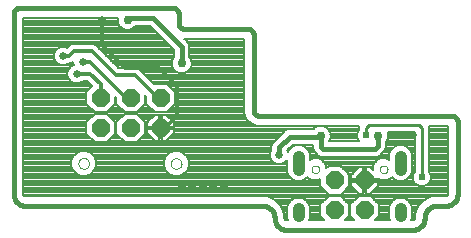
<source format=gbl>
G75*
G70*
%OFA0B0*%
%FSLAX24Y24*%
%IPPOS*%
%LPD*%
%AMOC8*
5,1,8,0,0,1.08239X$1,22.5*
%
%ADD10C,0.0160*%
%ADD11C,0.0000*%
%ADD12C,0.0394*%
%ADD13OC8,0.0600*%
%ADD14C,0.0240*%
%ADD15C,0.0100*%
%ADD16C,0.0300*%
%ADD17C,0.0260*%
%ADD18C,0.0120*%
%ADD19C,0.0080*%
D10*
X001140Y001540D02*
X009040Y001540D01*
X009079Y001538D01*
X009118Y001532D01*
X009156Y001523D01*
X009193Y001510D01*
X009229Y001493D01*
X009262Y001473D01*
X009294Y001449D01*
X009323Y001423D01*
X009349Y001394D01*
X009373Y001362D01*
X009393Y001329D01*
X009410Y001293D01*
X009423Y001256D01*
X009432Y001218D01*
X009438Y001179D01*
X009440Y001140D01*
X009442Y001101D01*
X009448Y001062D01*
X009457Y001024D01*
X009470Y000987D01*
X009487Y000951D01*
X009507Y000918D01*
X009531Y000886D01*
X009557Y000857D01*
X009586Y000831D01*
X009618Y000807D01*
X009651Y000787D01*
X009687Y000770D01*
X009724Y000757D01*
X009762Y000748D01*
X009801Y000742D01*
X009840Y000740D01*
X014040Y000740D01*
X014079Y000742D01*
X014118Y000748D01*
X014156Y000757D01*
X014193Y000770D01*
X014229Y000787D01*
X014262Y000807D01*
X014294Y000831D01*
X014323Y000857D01*
X014349Y000886D01*
X014373Y000918D01*
X014393Y000951D01*
X014410Y000987D01*
X014423Y001024D01*
X014432Y001062D01*
X014438Y001101D01*
X014440Y001140D01*
X014442Y001179D01*
X014448Y001218D01*
X014457Y001256D01*
X014470Y001293D01*
X014487Y001329D01*
X014507Y001362D01*
X014531Y001394D01*
X014557Y001423D01*
X014586Y001449D01*
X014618Y001473D01*
X014651Y001493D01*
X014687Y001510D01*
X014724Y001523D01*
X014762Y001532D01*
X014801Y001538D01*
X014840Y001540D01*
X015140Y001540D01*
X015179Y001542D01*
X015218Y001548D01*
X015256Y001557D01*
X015293Y001570D01*
X015329Y001587D01*
X015362Y001607D01*
X015394Y001631D01*
X015423Y001657D01*
X015449Y001686D01*
X015473Y001718D01*
X015493Y001751D01*
X015510Y001787D01*
X015523Y001824D01*
X015532Y001862D01*
X015538Y001901D01*
X015540Y001940D01*
X015540Y004340D01*
X015538Y004366D01*
X015533Y004392D01*
X015525Y004417D01*
X015513Y004440D01*
X015499Y004462D01*
X015481Y004481D01*
X015462Y004499D01*
X015440Y004513D01*
X015417Y004525D01*
X015392Y004533D01*
X015366Y004538D01*
X015340Y004540D01*
X008940Y004540D01*
X008914Y004542D01*
X008888Y004547D01*
X008863Y004555D01*
X008840Y004567D01*
X008818Y004581D01*
X008799Y004599D01*
X008781Y004618D01*
X008767Y004640D01*
X008755Y004663D01*
X008747Y004688D01*
X008742Y004714D01*
X008740Y004740D01*
X008740Y007240D01*
X008738Y007266D01*
X008733Y007292D01*
X008725Y007317D01*
X008713Y007340D01*
X008699Y007362D01*
X008681Y007381D01*
X008662Y007399D01*
X008640Y007413D01*
X008617Y007425D01*
X008592Y007433D01*
X008566Y007438D01*
X008540Y007440D01*
X006440Y007440D01*
X006414Y007442D01*
X006388Y007447D01*
X006363Y007455D01*
X006340Y007467D01*
X006318Y007481D01*
X006299Y007499D01*
X006281Y007518D01*
X006267Y007540D01*
X006255Y007563D01*
X006247Y007588D01*
X006242Y007614D01*
X006240Y007640D01*
X006240Y007940D01*
X006238Y007966D01*
X006233Y007992D01*
X006225Y008017D01*
X006213Y008040D01*
X006199Y008062D01*
X006181Y008081D01*
X006162Y008099D01*
X006140Y008113D01*
X006117Y008125D01*
X006092Y008133D01*
X006066Y008138D01*
X006040Y008140D01*
X000940Y008140D01*
X000914Y008138D01*
X000888Y008133D01*
X000863Y008125D01*
X000840Y008113D01*
X000818Y008099D01*
X000799Y008081D01*
X000781Y008062D01*
X000767Y008040D01*
X000755Y008017D01*
X000747Y007992D01*
X000742Y007966D01*
X000740Y007940D01*
X000740Y001940D01*
X000742Y001901D01*
X000748Y001862D01*
X000757Y001824D01*
X000770Y001787D01*
X000787Y001751D01*
X000807Y001718D01*
X000831Y001686D01*
X000857Y001657D01*
X000886Y001631D01*
X000918Y001607D01*
X000951Y001587D01*
X000987Y001570D01*
X001024Y001557D01*
X001062Y001548D01*
X001101Y001542D01*
X001140Y001540D01*
X009590Y003240D02*
X009590Y003490D01*
X009940Y003840D01*
X010935Y003840D01*
X010973Y003878D01*
X010973Y003507D01*
X011040Y003440D01*
X012790Y003440D01*
X012902Y003552D01*
X012902Y003878D01*
X006340Y006290D02*
X006340Y006840D01*
X005390Y007790D01*
X004590Y007790D01*
X004540Y007740D01*
D11*
X002899Y002957D02*
X002901Y002983D01*
X002907Y003009D01*
X002917Y003034D01*
X002930Y003057D01*
X002946Y003077D01*
X002966Y003095D01*
X002988Y003110D01*
X003011Y003122D01*
X003037Y003130D01*
X003063Y003134D01*
X003089Y003134D01*
X003115Y003130D01*
X003141Y003122D01*
X003165Y003110D01*
X003186Y003095D01*
X003206Y003077D01*
X003222Y003057D01*
X003235Y003034D01*
X003245Y003009D01*
X003251Y002983D01*
X003253Y002957D01*
X003251Y002931D01*
X003245Y002905D01*
X003235Y002880D01*
X003222Y002857D01*
X003206Y002837D01*
X003186Y002819D01*
X003164Y002804D01*
X003141Y002792D01*
X003115Y002784D01*
X003089Y002780D01*
X003063Y002780D01*
X003037Y002784D01*
X003011Y002792D01*
X002987Y002804D01*
X002966Y002819D01*
X002946Y002837D01*
X002930Y002857D01*
X002917Y002880D01*
X002907Y002905D01*
X002901Y002931D01*
X002899Y002957D01*
X005982Y002953D02*
X005984Y002979D01*
X005990Y003005D01*
X006000Y003030D01*
X006013Y003053D01*
X006029Y003073D01*
X006049Y003091D01*
X006071Y003106D01*
X006094Y003118D01*
X006120Y003126D01*
X006146Y003130D01*
X006172Y003130D01*
X006198Y003126D01*
X006224Y003118D01*
X006248Y003106D01*
X006269Y003091D01*
X006289Y003073D01*
X006305Y003053D01*
X006318Y003030D01*
X006328Y003005D01*
X006334Y002979D01*
X006336Y002953D01*
X006334Y002927D01*
X006328Y002901D01*
X006318Y002876D01*
X006305Y002853D01*
X006289Y002833D01*
X006269Y002815D01*
X006247Y002800D01*
X006224Y002788D01*
X006198Y002780D01*
X006172Y002776D01*
X006146Y002776D01*
X006120Y002780D01*
X006094Y002788D01*
X006070Y002800D01*
X006049Y002815D01*
X006029Y002833D01*
X006013Y002853D01*
X006000Y002876D01*
X005990Y002901D01*
X005984Y002927D01*
X005982Y002953D01*
X010672Y002759D02*
X010674Y002781D01*
X010680Y002803D01*
X010689Y002823D01*
X010702Y002841D01*
X010718Y002857D01*
X010736Y002870D01*
X010756Y002879D01*
X010778Y002885D01*
X010800Y002887D01*
X010822Y002885D01*
X010844Y002879D01*
X010864Y002870D01*
X010882Y002857D01*
X010898Y002841D01*
X010911Y002823D01*
X010920Y002803D01*
X010926Y002781D01*
X010928Y002759D01*
X010926Y002737D01*
X010920Y002715D01*
X010911Y002695D01*
X010898Y002677D01*
X010882Y002661D01*
X010864Y002648D01*
X010844Y002639D01*
X010822Y002633D01*
X010800Y002631D01*
X010778Y002633D01*
X010756Y002639D01*
X010736Y002648D01*
X010718Y002661D01*
X010702Y002677D01*
X010689Y002695D01*
X010680Y002715D01*
X010674Y002737D01*
X010672Y002759D01*
X012947Y002759D02*
X012949Y002781D01*
X012955Y002803D01*
X012964Y002823D01*
X012977Y002841D01*
X012993Y002857D01*
X013011Y002870D01*
X013031Y002879D01*
X013053Y002885D01*
X013075Y002887D01*
X013097Y002885D01*
X013119Y002879D01*
X013139Y002870D01*
X013157Y002857D01*
X013173Y002841D01*
X013186Y002823D01*
X013195Y002803D01*
X013201Y002781D01*
X013203Y002759D01*
X013201Y002737D01*
X013195Y002715D01*
X013186Y002695D01*
X013173Y002677D01*
X013157Y002661D01*
X013139Y002648D01*
X013119Y002639D01*
X013097Y002633D01*
X013075Y002631D01*
X013053Y002633D01*
X013031Y002639D01*
X013011Y002648D01*
X012993Y002661D01*
X012977Y002677D01*
X012964Y002695D01*
X012955Y002715D01*
X012949Y002737D01*
X012947Y002759D01*
D12*
X013638Y002752D02*
X013638Y003184D01*
X013638Y001440D02*
X013638Y001204D01*
X010237Y001204D02*
X010237Y001440D01*
X010237Y002752D02*
X010237Y003184D01*
D13*
X011440Y002390D03*
X012440Y002390D03*
X012440Y001390D03*
X011440Y001390D03*
X005640Y004140D03*
X004640Y004140D03*
X003640Y004140D03*
X003640Y005140D03*
X004640Y005140D03*
X005640Y005140D03*
D14*
X012490Y003890D03*
X014340Y002490D03*
D15*
X014340Y004140D01*
X014240Y004240D01*
X012590Y004240D01*
X012490Y004140D01*
X012490Y003890D01*
D16*
X012902Y003878D03*
X010973Y003878D03*
X006340Y006290D03*
X004540Y007740D03*
D17*
X003690Y007740D03*
X002390Y006540D03*
X003040Y006340D03*
X002840Y005940D03*
X009590Y003240D03*
X007740Y002190D03*
X007390Y002190D03*
X007040Y002190D03*
X006690Y002190D03*
X006340Y002190D03*
X013340Y003890D03*
X013690Y003890D03*
X014040Y003890D03*
D18*
X006190Y004540D02*
X006190Y005540D01*
X005590Y006140D01*
X004440Y006140D01*
X003690Y006890D01*
X003690Y007740D01*
X003340Y006690D02*
X002740Y006690D01*
X002590Y006540D01*
X002390Y006540D01*
X003040Y006340D02*
X003290Y006340D01*
X004490Y005140D01*
X004640Y005140D01*
X004790Y005890D02*
X005540Y005140D01*
X005640Y005140D01*
X006190Y004540D02*
X005790Y004140D01*
X005640Y004140D01*
X003640Y005140D02*
X003640Y005590D01*
X003290Y005940D01*
X002840Y005940D01*
X003340Y006690D02*
X004140Y005890D01*
X004790Y005890D01*
D19*
X004993Y006026D02*
X004926Y006093D01*
X004838Y006130D01*
X004239Y006130D01*
X003543Y006826D01*
X003476Y006893D01*
X003388Y006930D01*
X002692Y006930D01*
X002604Y006893D01*
X002529Y006818D01*
X002452Y006850D01*
X002328Y006850D01*
X002214Y006803D01*
X002127Y006716D01*
X002080Y006602D01*
X002080Y006478D01*
X002127Y006364D01*
X002214Y006277D01*
X002328Y006230D01*
X002452Y006230D01*
X002566Y006277D01*
X002588Y006300D01*
X002638Y006300D01*
X002726Y006337D01*
X002730Y006341D01*
X002730Y006278D01*
X002747Y006237D01*
X002664Y006203D01*
X002577Y006116D01*
X002530Y006002D01*
X002530Y005878D01*
X002577Y005764D01*
X002664Y005677D01*
X002778Y005630D01*
X002902Y005630D01*
X003016Y005677D01*
X003038Y005700D01*
X003191Y005700D01*
X003356Y005535D01*
X003160Y005339D01*
X003160Y004941D01*
X003441Y004660D01*
X003839Y004660D01*
X004120Y004941D01*
X004120Y005171D01*
X004160Y005131D01*
X004160Y004941D01*
X004441Y004660D01*
X004839Y004660D01*
X005120Y004941D01*
X005120Y005221D01*
X005160Y005181D01*
X005160Y004941D01*
X005441Y004660D01*
X005839Y004660D01*
X006120Y004941D01*
X006120Y005339D01*
X005839Y005620D01*
X005441Y005620D01*
X005420Y005599D01*
X004993Y006026D01*
X005026Y005993D02*
X006195Y005993D01*
X006153Y006010D02*
X006060Y006103D01*
X006010Y006224D01*
X006010Y006356D01*
X006060Y006477D01*
X006080Y006497D01*
X006080Y006732D01*
X005282Y007530D01*
X004797Y007530D01*
X004727Y007460D01*
X004606Y007410D01*
X004474Y007410D01*
X004353Y007460D01*
X004260Y007553D01*
X004210Y007674D01*
X004210Y007806D01*
X004216Y007820D01*
X001060Y007820D01*
X001060Y001940D01*
X001062Y001924D01*
X001073Y001896D01*
X001096Y001873D01*
X001124Y001862D01*
X001140Y001860D01*
X009183Y001860D01*
X009448Y001750D01*
X009448Y001750D01*
X009650Y001548D01*
X009650Y001548D01*
X009760Y001283D01*
X009860Y001283D01*
X009860Y001204D02*
X009760Y001204D01*
X009760Y001140D02*
X009760Y001283D01*
X009728Y001361D02*
X009860Y001361D01*
X009860Y001440D02*
X009695Y001440D01*
X009663Y001519D02*
X009861Y001519D01*
X009860Y001515D02*
X009860Y001129D01*
X009889Y001060D01*
X009840Y001060D01*
X009824Y001062D01*
X009796Y001073D01*
X009773Y001096D01*
X009762Y001124D01*
X009760Y001140D01*
X009761Y001126D02*
X009861Y001126D01*
X009860Y001515D02*
X009917Y001653D01*
X010023Y001759D01*
X010162Y001817D01*
X010312Y001817D01*
X010450Y001759D01*
X010556Y001653D01*
X010614Y001515D01*
X010614Y001129D01*
X010585Y001060D01*
X011091Y001060D01*
X010960Y001191D01*
X010960Y001589D01*
X011241Y001870D01*
X011639Y001870D01*
X011920Y001589D01*
X011920Y001191D01*
X011789Y001060D01*
X012091Y001060D01*
X011960Y001191D01*
X011960Y001589D01*
X012241Y001870D01*
X012639Y001870D01*
X012920Y001589D01*
X012920Y001191D01*
X012789Y001060D01*
X013290Y001060D01*
X013262Y001129D01*
X013262Y001515D01*
X013319Y001653D01*
X013425Y001759D01*
X013563Y001817D01*
X013713Y001817D01*
X013852Y001759D01*
X013958Y001653D01*
X014015Y001515D01*
X014015Y001129D01*
X013987Y001060D01*
X014040Y001060D01*
X014056Y001062D01*
X014084Y001073D01*
X014107Y001096D01*
X014118Y001124D01*
X014120Y001140D01*
X014120Y001283D01*
X014015Y001283D01*
X014015Y001204D02*
X014120Y001204D01*
X014119Y001126D02*
X014014Y001126D01*
X014120Y001283D02*
X014230Y001548D01*
X014230Y001548D01*
X014432Y001750D01*
X014432Y001750D01*
X014697Y001860D01*
X015140Y001860D01*
X015156Y001862D01*
X015184Y001873D01*
X015207Y001896D01*
X015218Y001924D01*
X015220Y001940D01*
X015220Y004220D01*
X014570Y004220D01*
X014570Y002684D01*
X014594Y002660D01*
X014640Y002550D01*
X014640Y002430D01*
X014594Y002320D01*
X014510Y002236D01*
X014400Y002190D01*
X014280Y002190D01*
X014170Y002236D01*
X014086Y002320D01*
X014040Y002430D01*
X014040Y002550D01*
X014086Y002660D01*
X014110Y002684D01*
X014110Y004010D01*
X013205Y004010D01*
X013232Y003943D01*
X013232Y003812D01*
X013182Y003691D01*
X013162Y003671D01*
X013162Y003500D01*
X013123Y003405D01*
X013010Y003293D01*
X012937Y003220D01*
X012842Y003180D01*
X010988Y003180D01*
X010893Y003220D01*
X010820Y003293D01*
X010753Y003360D01*
X010713Y003455D01*
X010713Y003580D01*
X010048Y003580D01*
X009862Y003394D01*
X009889Y003329D01*
X009917Y003398D01*
X010023Y003504D01*
X010162Y003561D01*
X010312Y003561D01*
X010450Y003504D01*
X010556Y003398D01*
X010614Y003259D01*
X010614Y003080D01*
X010727Y003127D01*
X010873Y003127D01*
X011008Y003071D01*
X011112Y002967D01*
X011168Y002832D01*
X011168Y002797D01*
X011241Y002870D01*
X011639Y002870D01*
X011920Y002589D01*
X011920Y002191D01*
X011639Y001910D01*
X011241Y001910D01*
X010960Y002191D01*
X010960Y002427D01*
X010873Y002391D01*
X010727Y002391D01*
X010591Y002447D01*
X010529Y002510D01*
X010450Y002432D01*
X010312Y002374D01*
X010162Y002374D01*
X010023Y002432D01*
X009917Y002538D01*
X009860Y002676D01*
X009860Y003082D01*
X009853Y003064D01*
X009766Y002977D01*
X009652Y002930D01*
X009528Y002930D01*
X009414Y002977D01*
X009327Y003064D01*
X009280Y003178D01*
X009280Y003302D01*
X009327Y003416D01*
X009330Y003418D01*
X009330Y003542D01*
X009370Y003637D01*
X009720Y003987D01*
X009793Y004060D01*
X009888Y004100D01*
X010729Y004100D01*
X010786Y004158D01*
X010907Y004208D01*
X011039Y004208D01*
X011160Y004158D01*
X011253Y004065D01*
X011303Y003943D01*
X011303Y003812D01*
X011257Y003700D01*
X012256Y003700D01*
X012236Y003720D01*
X012190Y003830D01*
X012190Y003950D01*
X012236Y004060D01*
X012260Y004084D01*
X012260Y004220D01*
X008837Y004220D01*
X008645Y004299D01*
X008645Y004299D01*
X008499Y004445D01*
X008499Y004445D01*
X008420Y004637D01*
X008420Y007120D01*
X006428Y007120D01*
X006487Y007060D01*
X006560Y006987D01*
X006600Y006892D01*
X006600Y006497D01*
X006620Y006477D01*
X006670Y006356D01*
X006670Y006224D01*
X006620Y006103D01*
X006527Y006010D01*
X006406Y005960D01*
X006274Y005960D01*
X006153Y006010D01*
X006092Y006072D02*
X004948Y006072D01*
X005105Y005915D02*
X008420Y005915D01*
X008420Y005993D02*
X006485Y005993D01*
X006588Y006072D02*
X008420Y006072D01*
X008420Y006150D02*
X006639Y006150D01*
X006670Y006229D02*
X008420Y006229D01*
X008420Y006307D02*
X006670Y006307D01*
X006658Y006386D02*
X008420Y006386D01*
X008420Y006464D02*
X006625Y006464D01*
X006600Y006543D02*
X008420Y006543D01*
X008420Y006621D02*
X006600Y006621D01*
X006600Y006700D02*
X008420Y006700D01*
X008420Y006778D02*
X006600Y006778D01*
X006600Y006857D02*
X008420Y006857D01*
X008420Y006935D02*
X006582Y006935D01*
X006534Y007014D02*
X008420Y007014D01*
X008420Y007092D02*
X006456Y007092D01*
X006034Y006778D02*
X003591Y006778D01*
X003543Y006826D02*
X003543Y006826D01*
X003513Y006857D02*
X005956Y006857D01*
X005877Y006935D02*
X001060Y006935D01*
X001060Y006857D02*
X002567Y006857D01*
X002190Y006778D02*
X001060Y006778D01*
X001060Y006700D02*
X002121Y006700D01*
X002088Y006621D02*
X001060Y006621D01*
X001060Y006543D02*
X002080Y006543D01*
X002086Y006464D02*
X001060Y006464D01*
X001060Y006386D02*
X002118Y006386D01*
X002185Y006307D02*
X001060Y006307D01*
X001060Y006229D02*
X002726Y006229D01*
X002730Y006307D02*
X002655Y006307D01*
X002612Y006150D02*
X001060Y006150D01*
X001060Y006072D02*
X002559Y006072D01*
X002530Y005993D02*
X001060Y005993D01*
X001060Y005915D02*
X002530Y005915D01*
X002548Y005836D02*
X001060Y005836D01*
X001060Y005758D02*
X002584Y005758D01*
X002663Y005679D02*
X001060Y005679D01*
X001060Y005601D02*
X003290Y005601D01*
X003343Y005522D02*
X001060Y005522D01*
X001060Y005444D02*
X003265Y005444D01*
X003186Y005365D02*
X001060Y005365D01*
X001060Y005287D02*
X003160Y005287D01*
X003160Y005208D02*
X001060Y005208D01*
X001060Y005130D02*
X003160Y005130D01*
X003160Y005051D02*
X001060Y005051D01*
X001060Y004973D02*
X003160Y004973D01*
X003207Y004894D02*
X001060Y004894D01*
X001060Y004816D02*
X003286Y004816D01*
X003364Y004737D02*
X001060Y004737D01*
X001060Y004659D02*
X008420Y004659D01*
X008420Y004737D02*
X005916Y004737D01*
X005994Y004816D02*
X008420Y004816D01*
X008420Y004894D02*
X006073Y004894D01*
X006120Y004973D02*
X008420Y004973D01*
X008420Y005051D02*
X006120Y005051D01*
X006120Y005130D02*
X008420Y005130D01*
X008420Y005208D02*
X006120Y005208D01*
X006120Y005287D02*
X008420Y005287D01*
X008420Y005365D02*
X006094Y005365D01*
X006015Y005444D02*
X008420Y005444D01*
X008420Y005522D02*
X005937Y005522D01*
X005858Y005601D02*
X008420Y005601D01*
X008420Y005679D02*
X005340Y005679D01*
X005262Y005758D02*
X008420Y005758D01*
X008420Y005836D02*
X005183Y005836D01*
X005419Y005601D02*
X005422Y005601D01*
X005133Y005208D02*
X005120Y005208D01*
X005120Y005130D02*
X005160Y005130D01*
X005160Y005051D02*
X005120Y005051D01*
X005120Y004973D02*
X005160Y004973D01*
X005207Y004894D02*
X005073Y004894D01*
X004994Y004816D02*
X005286Y004816D01*
X005364Y004737D02*
X004916Y004737D01*
X004839Y004620D02*
X004441Y004620D01*
X004160Y004339D01*
X004160Y003941D01*
X004441Y003660D01*
X004839Y003660D01*
X005120Y003941D01*
X005120Y004339D01*
X004839Y004620D01*
X004879Y004580D02*
X008443Y004580D01*
X008476Y004502D02*
X005901Y004502D01*
X005822Y004580D02*
X005680Y004580D01*
X005680Y004180D01*
X006080Y004180D01*
X006080Y004322D01*
X005822Y004580D01*
X005680Y004502D02*
X005600Y004502D01*
X005600Y004580D02*
X005458Y004580D01*
X005200Y004322D01*
X005200Y004180D01*
X005600Y004180D01*
X005600Y004580D01*
X005379Y004502D02*
X004957Y004502D01*
X005036Y004423D02*
X005301Y004423D01*
X005222Y004345D02*
X005114Y004345D01*
X005120Y004266D02*
X005200Y004266D01*
X005200Y004188D02*
X005120Y004188D01*
X005120Y004109D02*
X005600Y004109D01*
X005600Y004100D02*
X005200Y004100D01*
X005200Y003958D01*
X005458Y003700D01*
X005600Y003700D01*
X005600Y004100D01*
X005680Y004100D01*
X005680Y004180D01*
X005600Y004180D01*
X005600Y004100D01*
X005600Y004031D02*
X005680Y004031D01*
X005680Y004100D02*
X005680Y003700D01*
X005822Y003700D01*
X006080Y003958D01*
X006080Y004100D01*
X005680Y004100D01*
X005680Y004109D02*
X010738Y004109D01*
X010858Y004188D02*
X006080Y004188D01*
X006080Y004266D02*
X008725Y004266D01*
X008600Y004345D02*
X006058Y004345D01*
X005979Y004423D02*
X008522Y004423D01*
X009527Y003795D02*
X005917Y003795D01*
X005839Y003717D02*
X009449Y003717D01*
X009370Y003638D02*
X001060Y003638D01*
X001060Y003560D02*
X009337Y003560D01*
X009330Y003481D02*
X001060Y003481D01*
X001060Y003403D02*
X009322Y003403D01*
X009289Y003324D02*
X006354Y003324D01*
X006395Y003307D02*
X006241Y003371D01*
X006076Y003371D01*
X005922Y003307D01*
X005805Y003190D01*
X005741Y003036D01*
X005741Y002870D01*
X005805Y002717D01*
X005922Y002600D01*
X006076Y002536D01*
X006241Y002536D01*
X006395Y002600D01*
X006512Y002717D01*
X006576Y002870D01*
X006576Y003036D01*
X006512Y003190D01*
X006395Y003307D01*
X006456Y003246D02*
X009280Y003246D01*
X009285Y003167D02*
X006522Y003167D01*
X006554Y003089D02*
X009317Y003089D01*
X009382Y003010D02*
X006576Y003010D01*
X006576Y002932D02*
X009525Y002932D01*
X009655Y002932D02*
X009860Y002932D01*
X009860Y003010D02*
X009798Y003010D01*
X009860Y002853D02*
X006568Y002853D01*
X006536Y002775D02*
X009860Y002775D01*
X009860Y002696D02*
X006491Y002696D01*
X006413Y002618D02*
X009884Y002618D01*
X009917Y002539D02*
X006248Y002539D01*
X006069Y002539D02*
X001060Y002539D01*
X001060Y002461D02*
X009994Y002461D01*
X010143Y002382D02*
X001060Y002382D01*
X001060Y002304D02*
X010960Y002304D01*
X010960Y002382D02*
X010331Y002382D01*
X010479Y002461D02*
X010578Y002461D01*
X010960Y002225D02*
X001060Y002225D01*
X001060Y002147D02*
X011005Y002147D01*
X011083Y002068D02*
X001060Y002068D01*
X001060Y001990D02*
X011162Y001990D01*
X011240Y001911D02*
X001067Y001911D01*
X001060Y002618D02*
X002826Y002618D01*
X002840Y002604D02*
X002993Y002540D01*
X003159Y002540D01*
X003312Y002604D01*
X003429Y002721D01*
X003493Y002874D01*
X003493Y003040D01*
X003429Y003194D01*
X003312Y003311D01*
X003159Y003374D01*
X002993Y003374D01*
X002840Y003311D01*
X002722Y003194D01*
X002659Y003040D01*
X002659Y002874D01*
X002722Y002721D01*
X002840Y002604D01*
X002747Y002696D02*
X001060Y002696D01*
X001060Y002775D02*
X002700Y002775D01*
X002668Y002853D02*
X001060Y002853D01*
X001060Y002932D02*
X002659Y002932D01*
X002659Y003010D02*
X001060Y003010D01*
X001060Y003089D02*
X002679Y003089D01*
X002711Y003167D02*
X001060Y003167D01*
X001060Y003246D02*
X002774Y003246D01*
X002871Y003324D02*
X001060Y003324D01*
X001060Y003717D02*
X003385Y003717D01*
X003441Y003660D02*
X003839Y003660D01*
X004120Y003941D01*
X004120Y004339D01*
X003839Y004620D01*
X003441Y004620D01*
X003160Y004339D01*
X003160Y003941D01*
X003441Y003660D01*
X003306Y003795D02*
X001060Y003795D01*
X001060Y003874D02*
X003228Y003874D01*
X003160Y003952D02*
X001060Y003952D01*
X001060Y004031D02*
X003160Y004031D01*
X003160Y004109D02*
X001060Y004109D01*
X001060Y004188D02*
X003160Y004188D01*
X003160Y004266D02*
X001060Y004266D01*
X001060Y004345D02*
X003166Y004345D01*
X003244Y004423D02*
X001060Y004423D01*
X001060Y004502D02*
X003323Y004502D01*
X003401Y004580D02*
X001060Y004580D01*
X003017Y005679D02*
X003212Y005679D01*
X004120Y005130D02*
X004160Y005130D01*
X004160Y005051D02*
X004120Y005051D01*
X004120Y004973D02*
X004160Y004973D01*
X004207Y004894D02*
X004073Y004894D01*
X003994Y004816D02*
X004286Y004816D01*
X004364Y004737D02*
X003916Y004737D01*
X003879Y004580D02*
X004401Y004580D01*
X004323Y004502D02*
X003957Y004502D01*
X004036Y004423D02*
X004244Y004423D01*
X004166Y004345D02*
X004114Y004345D01*
X004120Y004266D02*
X004160Y004266D01*
X004160Y004188D02*
X004120Y004188D01*
X004120Y004109D02*
X004160Y004109D01*
X004160Y004031D02*
X004120Y004031D01*
X004120Y003952D02*
X004160Y003952D01*
X004228Y003874D02*
X004052Y003874D01*
X003974Y003795D02*
X004306Y003795D01*
X004385Y003717D02*
X003895Y003717D01*
X003281Y003324D02*
X005963Y003324D01*
X005861Y003246D02*
X003378Y003246D01*
X003441Y003167D02*
X005795Y003167D01*
X005763Y003089D02*
X003473Y003089D01*
X003493Y003010D02*
X005741Y003010D01*
X005741Y002932D02*
X003493Y002932D01*
X003484Y002853D02*
X005749Y002853D01*
X005781Y002775D02*
X003452Y002775D01*
X003404Y002696D02*
X005826Y002696D01*
X005904Y002618D02*
X003326Y002618D01*
X004895Y003717D02*
X005441Y003717D01*
X005363Y003795D02*
X004974Y003795D01*
X005052Y003874D02*
X005284Y003874D01*
X005206Y003952D02*
X005120Y003952D01*
X005120Y004031D02*
X005200Y004031D01*
X005600Y003952D02*
X005680Y003952D01*
X005680Y003874D02*
X005600Y003874D01*
X005600Y003795D02*
X005680Y003795D01*
X005680Y003717D02*
X005600Y003717D01*
X005996Y003874D02*
X009606Y003874D01*
X009684Y003952D02*
X006074Y003952D01*
X006080Y004031D02*
X009763Y004031D01*
X010027Y003560D02*
X010158Y003560D01*
X010315Y003560D02*
X010713Y003560D01*
X010713Y003481D02*
X010473Y003481D01*
X010551Y003403D02*
X010735Y003403D01*
X010788Y003324D02*
X010587Y003324D01*
X010614Y003246D02*
X010867Y003246D01*
X010966Y003089D02*
X012910Y003089D01*
X012867Y003071D02*
X013002Y003127D01*
X013149Y003127D01*
X013262Y003080D01*
X013262Y003259D01*
X013319Y003398D01*
X013425Y003504D01*
X013563Y003561D01*
X013713Y003561D01*
X013852Y003504D01*
X013958Y003398D01*
X014015Y003259D01*
X014015Y002676D01*
X013958Y002538D01*
X013852Y002432D01*
X013713Y002374D01*
X013563Y002374D01*
X013425Y002432D01*
X013347Y002510D01*
X013284Y002447D01*
X013149Y002391D01*
X013002Y002391D01*
X012880Y002442D01*
X012880Y002430D01*
X012480Y002430D01*
X012480Y002350D01*
X012880Y002350D01*
X012880Y002208D01*
X012622Y001950D01*
X012480Y001950D01*
X012480Y002350D01*
X012400Y002350D01*
X012400Y001950D01*
X012258Y001950D01*
X012000Y002208D01*
X012000Y002350D01*
X012400Y002350D01*
X012400Y002430D01*
X012400Y002830D01*
X012258Y002830D01*
X012000Y002572D01*
X012000Y002430D01*
X012400Y002430D01*
X012480Y002430D01*
X012480Y002830D01*
X012622Y002830D01*
X012707Y002745D01*
X012707Y002832D01*
X012763Y002967D01*
X012867Y003071D01*
X012806Y003010D02*
X011069Y003010D01*
X011127Y002932D02*
X012749Y002932D01*
X012716Y002853D02*
X011656Y002853D01*
X011734Y002775D02*
X012202Y002775D01*
X012124Y002696D02*
X011813Y002696D01*
X011891Y002618D02*
X012045Y002618D01*
X012000Y002539D02*
X011920Y002539D01*
X011920Y002461D02*
X012000Y002461D01*
X011920Y002382D02*
X012400Y002382D01*
X012400Y002304D02*
X012480Y002304D01*
X012480Y002382D02*
X013545Y002382D01*
X013396Y002461D02*
X013297Y002461D01*
X012880Y002304D02*
X014102Y002304D01*
X014060Y002382D02*
X013732Y002382D01*
X013881Y002461D02*
X014040Y002461D01*
X014040Y002539D02*
X013959Y002539D01*
X013991Y002618D02*
X014068Y002618D01*
X014110Y002696D02*
X014015Y002696D01*
X014015Y002775D02*
X014110Y002775D01*
X014110Y002853D02*
X014015Y002853D01*
X014015Y002932D02*
X014110Y002932D01*
X014110Y003010D02*
X014015Y003010D01*
X014015Y003089D02*
X014110Y003089D01*
X014110Y003167D02*
X014015Y003167D01*
X014015Y003246D02*
X014110Y003246D01*
X014110Y003324D02*
X013988Y003324D01*
X013953Y003403D02*
X014110Y003403D01*
X014110Y003481D02*
X013874Y003481D01*
X013717Y003560D02*
X014110Y003560D01*
X014110Y003638D02*
X013162Y003638D01*
X013162Y003560D02*
X013560Y003560D01*
X013402Y003481D02*
X013154Y003481D01*
X013120Y003403D02*
X013324Y003403D01*
X013288Y003324D02*
X013042Y003324D01*
X012963Y003246D02*
X013262Y003246D01*
X013262Y003167D02*
X010614Y003167D01*
X010614Y003089D02*
X010634Y003089D01*
X011159Y002853D02*
X011224Y002853D01*
X011920Y002304D02*
X012000Y002304D01*
X012000Y002225D02*
X011920Y002225D01*
X011875Y002147D02*
X012061Y002147D01*
X012140Y002068D02*
X011797Y002068D01*
X011718Y001990D02*
X012218Y001990D01*
X012400Y001990D02*
X012480Y001990D01*
X012480Y002068D02*
X012400Y002068D01*
X012400Y002147D02*
X012480Y002147D01*
X012480Y002225D02*
X012400Y002225D01*
X012740Y002068D02*
X015220Y002068D01*
X015220Y001990D02*
X012662Y001990D01*
X012676Y001833D02*
X014630Y001833D01*
X014441Y001754D02*
X013857Y001754D01*
X013936Y001676D02*
X014357Y001676D01*
X014279Y001597D02*
X013981Y001597D01*
X014014Y001519D02*
X014217Y001519D01*
X014185Y001440D02*
X014015Y001440D01*
X014015Y001361D02*
X014152Y001361D01*
X013419Y001754D02*
X012755Y001754D01*
X012833Y001676D02*
X013341Y001676D01*
X013296Y001597D02*
X012912Y001597D01*
X012920Y001519D02*
X013263Y001519D01*
X013262Y001440D02*
X012920Y001440D01*
X012920Y001361D02*
X013262Y001361D01*
X013262Y001283D02*
X012920Y001283D01*
X012920Y001204D02*
X013262Y001204D01*
X013263Y001126D02*
X012855Y001126D01*
X012025Y001126D02*
X011855Y001126D01*
X011920Y001204D02*
X011960Y001204D01*
X011960Y001283D02*
X011920Y001283D01*
X011920Y001361D02*
X011960Y001361D01*
X011960Y001440D02*
X011920Y001440D01*
X011920Y001519D02*
X011960Y001519D01*
X011968Y001597D02*
X011912Y001597D01*
X011833Y001676D02*
X012047Y001676D01*
X012125Y001754D02*
X011755Y001754D01*
X011676Y001833D02*
X012204Y001833D01*
X011640Y001911D02*
X015213Y001911D01*
X015220Y002147D02*
X012819Y002147D01*
X012880Y002225D02*
X014196Y002225D01*
X014484Y002225D02*
X015220Y002225D01*
X015220Y002304D02*
X014578Y002304D01*
X014620Y002382D02*
X015220Y002382D01*
X015220Y002461D02*
X014640Y002461D01*
X014640Y002539D02*
X015220Y002539D01*
X015220Y002618D02*
X014612Y002618D01*
X014570Y002696D02*
X015220Y002696D01*
X015220Y002775D02*
X014570Y002775D01*
X014570Y002853D02*
X015220Y002853D01*
X015220Y002932D02*
X014570Y002932D01*
X014570Y003010D02*
X015220Y003010D01*
X015220Y003089D02*
X014570Y003089D01*
X014570Y003167D02*
X015220Y003167D01*
X015220Y003246D02*
X014570Y003246D01*
X014570Y003324D02*
X015220Y003324D01*
X015220Y003403D02*
X014570Y003403D01*
X014570Y003481D02*
X015220Y003481D01*
X015220Y003560D02*
X014570Y003560D01*
X014570Y003638D02*
X015220Y003638D01*
X015220Y003717D02*
X014570Y003717D01*
X014570Y003795D02*
X015220Y003795D01*
X015220Y003874D02*
X014570Y003874D01*
X014570Y003952D02*
X015220Y003952D01*
X015220Y004031D02*
X014570Y004031D01*
X014570Y004109D02*
X015220Y004109D01*
X015220Y004188D02*
X014570Y004188D01*
X014110Y003952D02*
X013229Y003952D01*
X013232Y003874D02*
X014110Y003874D01*
X014110Y003795D02*
X013225Y003795D01*
X013193Y003717D02*
X014110Y003717D01*
X013262Y003089D02*
X013241Y003089D01*
X012707Y002775D02*
X012678Y002775D01*
X012480Y002775D02*
X012400Y002775D01*
X012400Y002696D02*
X012480Y002696D01*
X012480Y002618D02*
X012400Y002618D01*
X012400Y002539D02*
X012480Y002539D01*
X012480Y002461D02*
X012400Y002461D01*
X011204Y001833D02*
X009250Y001833D01*
X009439Y001754D02*
X010018Y001754D01*
X009939Y001676D02*
X009523Y001676D01*
X009601Y001597D02*
X009894Y001597D01*
X010456Y001754D02*
X011125Y001754D01*
X011047Y001676D02*
X010534Y001676D01*
X010580Y001597D02*
X010968Y001597D01*
X010960Y001519D02*
X010612Y001519D01*
X010614Y001440D02*
X010960Y001440D01*
X010960Y001361D02*
X010614Y001361D01*
X010614Y001283D02*
X010960Y001283D01*
X010960Y001204D02*
X010614Y001204D01*
X010613Y001126D02*
X011025Y001126D01*
X009922Y003403D02*
X009870Y003403D01*
X009949Y003481D02*
X010001Y003481D01*
X011209Y004109D02*
X012260Y004109D01*
X012260Y004188D02*
X011088Y004188D01*
X011267Y004031D02*
X012223Y004031D01*
X012191Y003952D02*
X011300Y003952D01*
X011303Y003874D02*
X012190Y003874D01*
X012205Y003795D02*
X011296Y003795D01*
X011263Y003717D02*
X012239Y003717D01*
X006041Y006150D02*
X004219Y006150D01*
X004141Y006229D02*
X006010Y006229D01*
X006010Y006307D02*
X004062Y006307D01*
X003984Y006386D02*
X006022Y006386D01*
X006055Y006464D02*
X003905Y006464D01*
X003827Y006543D02*
X006080Y006543D01*
X006080Y006621D02*
X003748Y006621D01*
X003670Y006700D02*
X006080Y006700D01*
X005799Y007014D02*
X001060Y007014D01*
X001060Y007092D02*
X005720Y007092D01*
X005642Y007171D02*
X001060Y007171D01*
X001060Y007249D02*
X005563Y007249D01*
X005485Y007328D02*
X001060Y007328D01*
X001060Y007406D02*
X005406Y007406D01*
X005328Y007485D02*
X004751Y007485D01*
X004329Y007485D02*
X001060Y007485D01*
X001060Y007563D02*
X004256Y007563D01*
X004224Y007642D02*
X001060Y007642D01*
X001060Y007720D02*
X004210Y007720D01*
X004210Y007799D02*
X001060Y007799D01*
X005600Y004423D02*
X005680Y004423D01*
X005680Y004345D02*
X005600Y004345D01*
X005600Y004266D02*
X005680Y004266D01*
X005680Y004188D02*
X005600Y004188D01*
M02*

</source>
